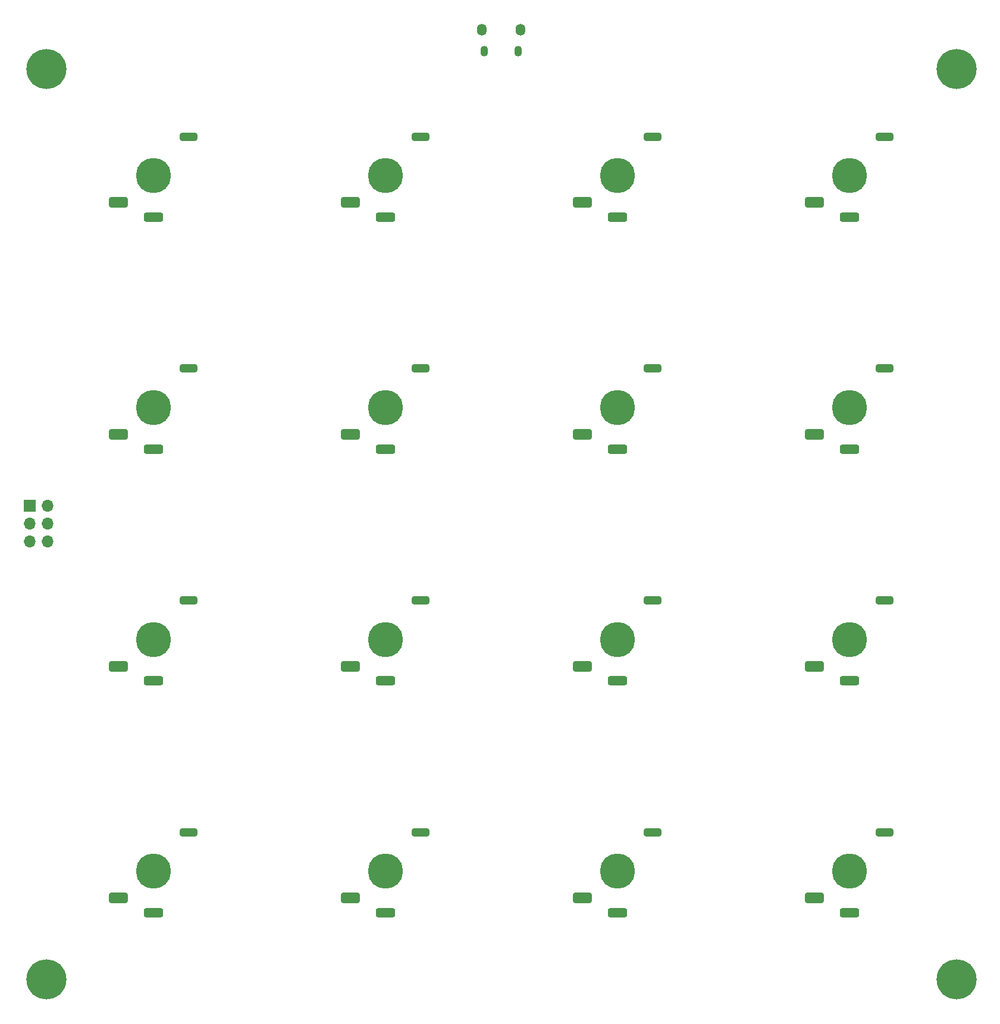
<source format=gts>
%TF.GenerationSoftware,KiCad,Pcbnew,(6.0.1)*%
%TF.CreationDate,2022-02-12T18:16:10+09:00*%
%TF.ProjectId,FlatFighter_rev4,466c6174-4669-4676-9874-65725f726576,0*%
%TF.SameCoordinates,Original*%
%TF.FileFunction,Soldermask,Top*%
%TF.FilePolarity,Negative*%
%FSLAX46Y46*%
G04 Gerber Fmt 4.6, Leading zero omitted, Abs format (unit mm)*
G04 Created by KiCad (PCBNEW (6.0.1)) date 2022-02-12 18:16:10*
%MOMM*%
%LPD*%
G01*
G04 APERTURE LIST*
G04 Aperture macros list*
%AMRoundRect*
0 Rectangle with rounded corners*
0 $1 Rounding radius*
0 $2 $3 $4 $5 $6 $7 $8 $9 X,Y pos of 4 corners*
0 Add a 4 corners polygon primitive as box body*
4,1,4,$2,$3,$4,$5,$6,$7,$8,$9,$2,$3,0*
0 Add four circle primitives for the rounded corners*
1,1,$1+$1,$2,$3*
1,1,$1+$1,$4,$5*
1,1,$1+$1,$6,$7*
1,1,$1+$1,$8,$9*
0 Add four rect primitives between the rounded corners*
20,1,$1+$1,$2,$3,$4,$5,0*
20,1,$1+$1,$4,$5,$6,$7,0*
20,1,$1+$1,$6,$7,$8,$9,0*
20,1,$1+$1,$8,$9,$2,$3,0*%
G04 Aperture macros list end*
%ADD10RoundRect,0.287500X-0.962500X-0.287500X0.962500X-0.287500X0.962500X0.287500X-0.962500X0.287500X0*%
%ADD11C,5.000000*%
%ADD12RoundRect,0.375000X-1.000000X-0.375000X1.000000X-0.375000X1.000000X0.375000X-1.000000X0.375000X0*%
%ADD13RoundRect,0.325000X-1.050000X-0.325000X1.050000X-0.325000X1.050000X0.325000X-1.050000X0.325000X0*%
%ADD14R,1.700000X1.700000*%
%ADD15O,1.700000X1.700000*%
%ADD16C,5.700000*%
%ADD17O,1.350000X1.700000*%
%ADD18O,1.100000X1.500000*%
G04 APERTURE END LIST*
D10*
%TO.C,SW7*%
X172640000Y-98450000D03*
D11*
X167640000Y-104000000D03*
D12*
X162640000Y-107800000D03*
D13*
X167640000Y-109900000D03*
%TD*%
D10*
%TO.C,SW2*%
X139620000Y-131450000D03*
D11*
X134620000Y-137000000D03*
D12*
X129620000Y-140800000D03*
D13*
X134620000Y-142900000D03*
%TD*%
D10*
%TO.C,SW8*%
X205660000Y-98450000D03*
D11*
X200660000Y-104000000D03*
D12*
X195660000Y-107800000D03*
D13*
X200660000Y-109900000D03*
%TD*%
D10*
%TO.C,SW6*%
X139620000Y-98450000D03*
D11*
X134620000Y-104000000D03*
D12*
X129620000Y-107800000D03*
D13*
X134620000Y-109900000D03*
%TD*%
D10*
%TO.C,SW12*%
X205660000Y-65450000D03*
D11*
X200660000Y-71000000D03*
D12*
X195660000Y-74800000D03*
D13*
X200660000Y-76900000D03*
%TD*%
D10*
%TO.C,SW11*%
X172640000Y-65450000D03*
D11*
X167640000Y-71000000D03*
D12*
X162640000Y-74800000D03*
D13*
X167640000Y-76900000D03*
%TD*%
D10*
%TO.C,SW14*%
X139620000Y-32450000D03*
D11*
X134620000Y-38000000D03*
D12*
X129620000Y-41800000D03*
D13*
X134620000Y-43900000D03*
%TD*%
D10*
%TO.C,SW5*%
X106600000Y-98450000D03*
D11*
X101600000Y-104000000D03*
D12*
X96600000Y-107800000D03*
D13*
X101600000Y-109900000D03*
%TD*%
D10*
%TO.C,SW10*%
X139620000Y-65450000D03*
D11*
X134620000Y-71000000D03*
D12*
X129620000Y-74800000D03*
D13*
X134620000Y-76900000D03*
%TD*%
D10*
%TO.C,SW3*%
X172640000Y-131450000D03*
D11*
X167640000Y-137000000D03*
D12*
X162640000Y-140800000D03*
D13*
X167640000Y-142900000D03*
%TD*%
D10*
%TO.C,SW1*%
X106600000Y-131450000D03*
D11*
X101600000Y-137000000D03*
D12*
X96600000Y-140800000D03*
D13*
X101600000Y-142900000D03*
%TD*%
D10*
%TO.C,SW9*%
X106600000Y-65450000D03*
D11*
X101600000Y-71000000D03*
D12*
X96600000Y-74800000D03*
D13*
X101600000Y-76900000D03*
%TD*%
D10*
%TO.C,SW15*%
X172640000Y-32450000D03*
D11*
X167640000Y-38000000D03*
D12*
X162640000Y-41800000D03*
D13*
X167640000Y-43900000D03*
%TD*%
D10*
%TO.C,SW13*%
X106600000Y-32450000D03*
D11*
X101600000Y-38000000D03*
D12*
X96600000Y-41800000D03*
D13*
X101600000Y-43900000D03*
%TD*%
D10*
%TO.C,SW4*%
X205660000Y-131450000D03*
D11*
X200660000Y-137000000D03*
D12*
X195660000Y-140800000D03*
D13*
X200660000Y-142900000D03*
%TD*%
D10*
%TO.C,SW16*%
X205660000Y-32450000D03*
D11*
X200660000Y-38000000D03*
D12*
X195660000Y-41800000D03*
D13*
X200660000Y-43900000D03*
%TD*%
D14*
%TO.C,P4*%
X84000000Y-84975000D03*
D15*
X86540000Y-84975000D03*
X84000000Y-87515000D03*
X86540000Y-87515000D03*
X84000000Y-90055000D03*
X86540000Y-90055000D03*
%TD*%
D16*
%TO.C,REF1*%
X86360000Y-22860000D03*
%TD*%
%TO.C,REF2*%
X215900000Y-22860000D03*
%TD*%
%TO.C,REF4*%
X215900000Y-152400000D03*
%TD*%
%TO.C,REF3*%
X86360000Y-152400000D03*
%TD*%
D17*
%TO.C,P2*%
X153805000Y-17285000D03*
D18*
X148655000Y-20285000D03*
D17*
X148345000Y-17285000D03*
D18*
X153495000Y-20285000D03*
%TD*%
M02*

</source>
